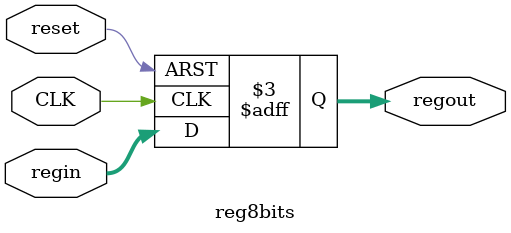
<source format=v>
module reg8bits(CLK,reset,regin,regout);

    parameter N = 8;
    input [N-1:0]regin;
    input reset,CLK;
    output reg [N-1:0]regout;

    always@(posedge CLK, posedge reset) begin
        if(reset == 1) 
            regout <= 8'b0;
        
        else begin
            regout <= regin;
        end
    end
endmodule
</source>
